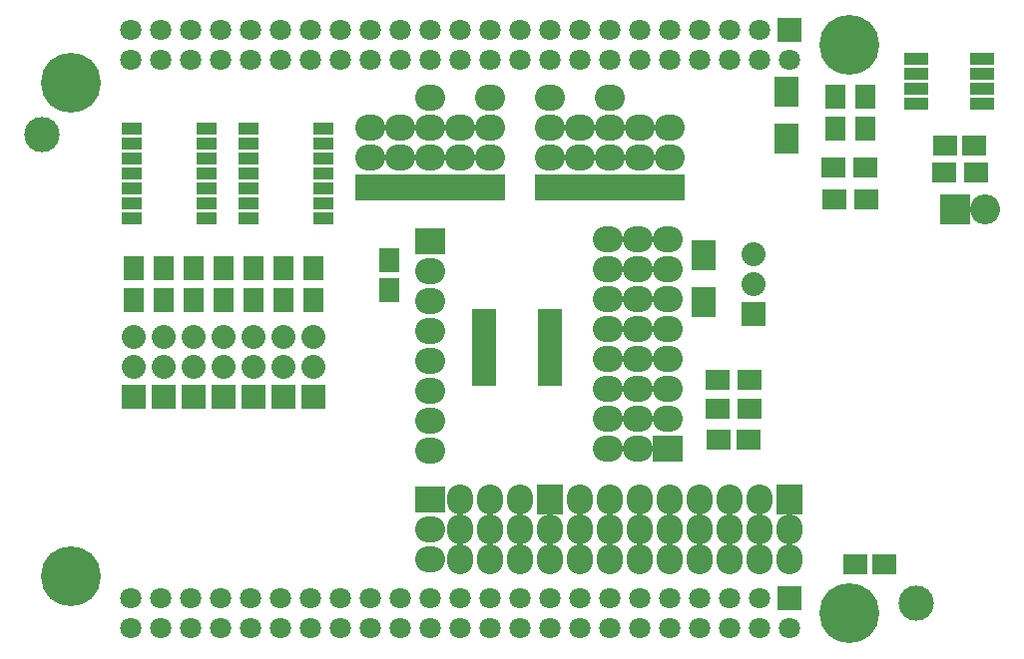
<source format=gts>
G04 #@! TF.FileFunction,Soldermask,Top*
%FSLAX46Y46*%
G04 Gerber Fmt 4.6, Leading zero omitted, Abs format (unit mm)*
G04 Created by KiCad (PCBNEW (after 2015-mar-04 BZR unknown)-product) date 1/2/2016 5:44:32 PM*
%MOMM*%
G01*
G04 APERTURE LIST*
%ADD10C,0.150000*%
%ADD11R,2.032000X2.032000*%
%ADD12C,2.032000*%
%ADD13C,3.000000*%
%ADD14R,2.058000X0.758000*%
%ADD15R,2.159000X1.107440*%
%ADD16R,1.651000X1.016000*%
%ADD17R,2.540000X2.235200*%
%ADD18O,2.540000X2.235200*%
%ADD19R,1.808000X2.008000*%
%ADD20C,5.080000*%
%ADD21R,2.159000X2.159000*%
%ADD22C,1.808480*%
%ADD23R,2.540000X2.540000*%
%ADD24O,2.540000X2.540000*%
%ADD25R,2.008000X1.808000*%
%ADD26R,2.008000X1.758000*%
%ADD27R,1.758000X2.008000*%
%ADD28R,2.108000X2.508000*%
%ADD29R,2.235200X2.540000*%
%ADD30O,2.235200X2.540000*%
G04 APERTURE END LIST*
D10*
D11*
X23749000Y-33020000D03*
D12*
X23749000Y-30480000D03*
X23749000Y-27940000D03*
D11*
X26289000Y-33020000D03*
D12*
X26289000Y-30480000D03*
X26289000Y-27940000D03*
D11*
X21209000Y-33020000D03*
D12*
X21209000Y-30480000D03*
X21209000Y-27940000D03*
D11*
X13589000Y-33020000D03*
D12*
X13589000Y-30480000D03*
X13589000Y-27940000D03*
D11*
X11049000Y-33020000D03*
D12*
X11049000Y-30480000D03*
X11049000Y-27940000D03*
D11*
X16129000Y-33020000D03*
D12*
X16129000Y-30480000D03*
X16129000Y-27940000D03*
D11*
X18669000Y-33020000D03*
D12*
X18669000Y-30480000D03*
X18669000Y-27940000D03*
D11*
X63627000Y-26035000D03*
D12*
X63627000Y-23495000D03*
X63627000Y-20955000D03*
D13*
X77470000Y-50546000D03*
X3302000Y-10795000D03*
D14*
X46361000Y-31779000D03*
X46361000Y-31104000D03*
X46361000Y-30454000D03*
X46361000Y-29804000D03*
X46361000Y-29154000D03*
X46361000Y-28504000D03*
X46361000Y-27854000D03*
X46361000Y-27204000D03*
X46361000Y-26554000D03*
X46361000Y-25904000D03*
X40761000Y-25904000D03*
X40761000Y-26554000D03*
X40761000Y-27204000D03*
X40761000Y-27854000D03*
X40761000Y-28504000D03*
X40761000Y-29154000D03*
X40761000Y-29804000D03*
X40761000Y-30454000D03*
X40761000Y-31104000D03*
X40761000Y-31754000D03*
D15*
X77470000Y-8128000D03*
X83058000Y-8128000D03*
X77470000Y-6858000D03*
X77470000Y-5588000D03*
X77470000Y-4318000D03*
X83058000Y-6858000D03*
X83058000Y-5588000D03*
X83058000Y-4318000D03*
D16*
X27178000Y-17907000D03*
X27178000Y-16637000D03*
X27178000Y-15367000D03*
X27178000Y-14097000D03*
X27178000Y-12827000D03*
X27178000Y-11557000D03*
X27178000Y-10287000D03*
X20828000Y-10287000D03*
X20828000Y-11557000D03*
X20828000Y-14097000D03*
X20828000Y-15367000D03*
X20828000Y-16637000D03*
X20828000Y-17907000D03*
X20828000Y-12827000D03*
X17272000Y-17907000D03*
X17272000Y-16637000D03*
X17272000Y-15367000D03*
X17272000Y-14097000D03*
X17272000Y-12827000D03*
X17272000Y-11557000D03*
X17272000Y-10287000D03*
X10922000Y-10287000D03*
X10922000Y-11557000D03*
X10922000Y-14097000D03*
X10922000Y-15367000D03*
X10922000Y-16637000D03*
X10922000Y-17907000D03*
X10922000Y-12827000D03*
D17*
X36195000Y-19812000D03*
D18*
X36195000Y-22352000D03*
X36195000Y-24892000D03*
X36195000Y-27432000D03*
X36195000Y-29972000D03*
X36195000Y-32512000D03*
X36195000Y-35052000D03*
X36195000Y-37592000D03*
D19*
X23749000Y-22145000D03*
X23749000Y-24845000D03*
X18669000Y-22145000D03*
X18669000Y-24845000D03*
X26289000Y-22145000D03*
X26289000Y-24845000D03*
X11049000Y-22145000D03*
X11049000Y-24845000D03*
X21209000Y-22145000D03*
X21209000Y-24845000D03*
X13589000Y-22145000D03*
X13589000Y-24845000D03*
X16129000Y-22145000D03*
X16129000Y-24845000D03*
D17*
X36195000Y-41783000D03*
D18*
X36195000Y-44323000D03*
X36195000Y-46863000D03*
D17*
X36195000Y-15240000D03*
D18*
X36195000Y-12700000D03*
X36195000Y-10160000D03*
X36195000Y-7620000D03*
D17*
X51435000Y-15240000D03*
D18*
X51435000Y-12700000D03*
X51435000Y-10160000D03*
X51435000Y-7620000D03*
D17*
X46355000Y-15240000D03*
D18*
X46355000Y-12700000D03*
X46355000Y-10160000D03*
X46355000Y-7620000D03*
D17*
X41275000Y-15240000D03*
D18*
X41275000Y-12700000D03*
X41275000Y-10160000D03*
X41275000Y-7620000D03*
D17*
X48895000Y-15240000D03*
D18*
X48895000Y-12700000D03*
X48895000Y-10160000D03*
D17*
X38735000Y-15240000D03*
D18*
X38735000Y-12700000D03*
X38735000Y-10160000D03*
D17*
X33655000Y-15240000D03*
D18*
X33655000Y-12700000D03*
X33655000Y-10160000D03*
D17*
X56515000Y-15240000D03*
D18*
X56515000Y-12700000D03*
X56515000Y-10160000D03*
D17*
X53975000Y-15240000D03*
D18*
X53975000Y-12700000D03*
X53975000Y-10160000D03*
D17*
X31115000Y-15240000D03*
D18*
X31115000Y-12700000D03*
X31115000Y-10160000D03*
D20*
X5715000Y-6350000D03*
X71755000Y-3175000D03*
X71755000Y-51435000D03*
X5715000Y-48260000D03*
D21*
X66675000Y-1905000D03*
D22*
X66675000Y-4445000D03*
X64135000Y-1905000D03*
X64135000Y-4445000D03*
X61595000Y-1905000D03*
X61595000Y-4445000D03*
X59055000Y-1905000D03*
X59055000Y-4445000D03*
X56515000Y-1905000D03*
X56515000Y-4445000D03*
X53975000Y-1905000D03*
X53975000Y-4445000D03*
X51435000Y-1905000D03*
X51435000Y-4445000D03*
X48895000Y-1905000D03*
X48895000Y-4445000D03*
X46355000Y-1905000D03*
X46355000Y-4445000D03*
X43815000Y-1905000D03*
X43815000Y-4445000D03*
X41275000Y-1905000D03*
X41275000Y-4445000D03*
X38735000Y-1905000D03*
X38735000Y-4445000D03*
X36195000Y-1905000D03*
X36195000Y-4445000D03*
X33655000Y-1905000D03*
X33655000Y-4445000D03*
X31115000Y-1905000D03*
X31115000Y-4445000D03*
X28575000Y-1905000D03*
X28575000Y-4445000D03*
X26035000Y-1905000D03*
X26035000Y-4445000D03*
X23495000Y-1905000D03*
X23495000Y-4445000D03*
X20955000Y-1905000D03*
X20955000Y-4445000D03*
X18415000Y-1905000D03*
X18415000Y-4445000D03*
X15875000Y-1905000D03*
X15875000Y-4445000D03*
X13335000Y-1905000D03*
X13335000Y-4445000D03*
X10795000Y-1905000D03*
X10795000Y-4445000D03*
D21*
X66675000Y-50165000D03*
D22*
X66675000Y-52705000D03*
X64135000Y-50165000D03*
X64135000Y-52705000D03*
X61595000Y-50165000D03*
X61595000Y-52705000D03*
X59055000Y-50165000D03*
X59055000Y-52705000D03*
X56515000Y-50165000D03*
X56515000Y-52705000D03*
X53975000Y-50165000D03*
X53975000Y-52705000D03*
X51435000Y-50165000D03*
X51435000Y-52705000D03*
X48895000Y-50165000D03*
X48895000Y-52705000D03*
X46355000Y-50165000D03*
X46355000Y-52705000D03*
X43815000Y-50165000D03*
X43815000Y-52705000D03*
X41275000Y-50165000D03*
X41275000Y-52705000D03*
X38735000Y-50165000D03*
X38735000Y-52705000D03*
X36195000Y-50165000D03*
X36195000Y-52705000D03*
X33655000Y-50165000D03*
X33655000Y-52705000D03*
X31115000Y-50165000D03*
X31115000Y-52705000D03*
X28575000Y-50165000D03*
X28575000Y-52705000D03*
X26035000Y-50165000D03*
X26035000Y-52705000D03*
X23495000Y-50165000D03*
X23495000Y-52705000D03*
X20955000Y-50165000D03*
X20955000Y-52705000D03*
X18415000Y-50165000D03*
X18415000Y-52705000D03*
X15875000Y-50165000D03*
X15875000Y-52705000D03*
X13335000Y-50165000D03*
X13335000Y-52705000D03*
X10795000Y-50165000D03*
X10795000Y-52705000D03*
D23*
X80772000Y-17145000D03*
D24*
X83312000Y-17145000D03*
D25*
X70405000Y-13589000D03*
X73105000Y-13589000D03*
X63326000Y-31623000D03*
X60626000Y-31623000D03*
X82503000Y-13970000D03*
X79803000Y-13970000D03*
D19*
X73152000Y-10240000D03*
X73152000Y-7540000D03*
X70612000Y-10240000D03*
X70612000Y-7540000D03*
D26*
X79903000Y-11684000D03*
X82403000Y-11684000D03*
X72283000Y-47244000D03*
X74783000Y-47244000D03*
D27*
X32766000Y-21483000D03*
X32766000Y-23983000D03*
D25*
X73232000Y-16256000D03*
X70532000Y-16256000D03*
X60626000Y-34036000D03*
X63326000Y-34036000D03*
D28*
X59436000Y-24987000D03*
X59436000Y-20987000D03*
X66421000Y-11144000D03*
X66421000Y-7144000D03*
D26*
X60726000Y-36703000D03*
X63226000Y-36703000D03*
D17*
X56388000Y-37465000D03*
D18*
X53848000Y-37465000D03*
X51308000Y-37465000D03*
X56388000Y-34925000D03*
X53848000Y-34925000D03*
X51308000Y-34925000D03*
X56388000Y-32385000D03*
X53848000Y-32385000D03*
X51308000Y-32385000D03*
X56388000Y-29845000D03*
X53848000Y-29845000D03*
X51308000Y-29845000D03*
X56388000Y-27305000D03*
X53848000Y-27305000D03*
X51308000Y-27305000D03*
X56388000Y-24765000D03*
X53848000Y-24765000D03*
X51308000Y-24765000D03*
X56388000Y-22225000D03*
X53848000Y-22225000D03*
X51308000Y-22225000D03*
X56388000Y-19685000D03*
X53848000Y-19685000D03*
X51308000Y-19685000D03*
D29*
X66675000Y-41783000D03*
D30*
X66675000Y-44323000D03*
X66675000Y-46863000D03*
X64135000Y-41783000D03*
X64135000Y-44323000D03*
X64135000Y-46863000D03*
X61595000Y-41783000D03*
X61595000Y-44323000D03*
X61595000Y-46863000D03*
X59055000Y-41783000D03*
X59055000Y-44323000D03*
X59055000Y-46863000D03*
X56515000Y-41783000D03*
X56515000Y-44323000D03*
X56515000Y-46863000D03*
X53975000Y-41783000D03*
X53975000Y-44323000D03*
X53975000Y-46863000D03*
X51435000Y-41783000D03*
X51435000Y-44323000D03*
X51435000Y-46863000D03*
X48895000Y-41783000D03*
X48895000Y-44323000D03*
X48895000Y-46863000D03*
D29*
X46355000Y-41783000D03*
D30*
X46355000Y-44323000D03*
X46355000Y-46863000D03*
X43815000Y-41783000D03*
X43815000Y-44323000D03*
X43815000Y-46863000D03*
X41275000Y-41783000D03*
X41275000Y-44323000D03*
X41275000Y-46863000D03*
X38735000Y-41783000D03*
X38735000Y-44323000D03*
X38735000Y-46863000D03*
M02*

</source>
